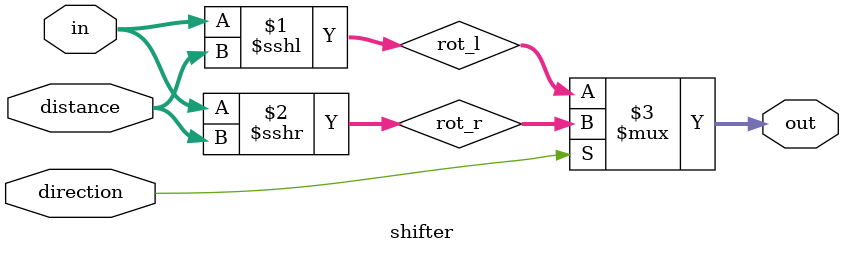
<source format=v>
`timescale 1ns / 1ps

// Description: Arithmetically shifts input left(0) or right (1) based on direction(0/1). 
//	Note that sign is preserved during shifting 
//////////////////////////////////////////////////////////////////////////////////
module shifter #(parameter WIDTH = 16)(
	input [WIDTH - 1:0] in,
	input [1:0] distance, 
	input wire direction, 
	output signed [WIDTH - 1:0] out
);

// Declarations

wire [WIDTH - 1:0] rot_r;
wire [WIDTH - 1:0] rot_l;

// Rotating logic
assign rot_l = $signed(in) <<< distance;
assign rot_r = $signed(in) >>> distance;

assign out = direction ? rot_r : rot_l;

endmodule


</source>
